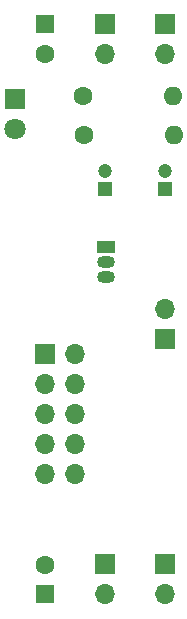
<source format=gbs>
%TF.GenerationSoftware,KiCad,Pcbnew,(5.1.10-1-10_14)*%
%TF.CreationDate,2021-06-08T13:14:51-07:00*%
%TF.ProjectId,EurorackBBPS,4575726f-7261-4636-9b42-4250532e6b69,rev?*%
%TF.SameCoordinates,Original*%
%TF.FileFunction,Soldermask,Bot*%
%TF.FilePolarity,Negative*%
%FSLAX46Y46*%
G04 Gerber Fmt 4.6, Leading zero omitted, Abs format (unit mm)*
G04 Created by KiCad (PCBNEW (5.1.10-1-10_14)) date 2021-06-08 13:14:51*
%MOMM*%
%LPD*%
G01*
G04 APERTURE LIST*
%ADD10O,1.600000X1.600000*%
%ADD11C,1.600000*%
%ADD12C,1.800000*%
%ADD13R,1.800000X1.800000*%
%ADD14C,1.200000*%
%ADD15R,1.200000X1.200000*%
%ADD16O,1.700000X1.700000*%
%ADD17R,1.700000X1.700000*%
%ADD18R,1.500000X1.050000*%
%ADD19O,1.500000X1.050000*%
%ADD20R,1.600000X1.600000*%
G04 APERTURE END LIST*
D10*
%TO.C,R1*%
X159476017Y-85556638D03*
D11*
X151856017Y-85556638D03*
%TD*%
D10*
%TO.C,R2*%
X159458035Y-82283880D03*
D11*
X151838035Y-82283880D03*
%TD*%
D12*
%TO.C,PWR*%
X146050000Y-85090000D03*
D13*
X146050000Y-82550000D03*
%TD*%
D14*
%TO.C,C4*%
X158750000Y-88670000D03*
D15*
X158750000Y-90170000D03*
%TD*%
D14*
%TO.C,C3*%
X153670000Y-88670000D03*
D15*
X153670000Y-90170000D03*
%TD*%
D16*
%TO.C,J1*%
X151130000Y-114300000D03*
X148590000Y-114300000D03*
X151130000Y-111760000D03*
X148590000Y-111760000D03*
X151130000Y-109220000D03*
X148590000Y-109220000D03*
X151130000Y-106680000D03*
X148590000Y-106680000D03*
X151130000Y-104140000D03*
D17*
X148590000Y-104140000D03*
%TD*%
D18*
%TO.C,78L05*%
X153724612Y-95023392D03*
D19*
X153724612Y-97563392D03*
X153724612Y-96293392D03*
%TD*%
D16*
%TO.C,GND*%
X158750000Y-100330000D03*
D17*
X158750000Y-102870000D03*
%TD*%
D20*
%TO.C,C2*%
X148590000Y-124460000D03*
D11*
X148590000Y-121960000D03*
%TD*%
%TO.C,C1*%
X148590000Y-78700000D03*
D20*
X148590000Y-76200000D03*
%TD*%
D17*
%TO.C,J2*%
X153670000Y-76200000D03*
D16*
X153670000Y-78740000D03*
%TD*%
%TO.C,J3*%
X158750000Y-78740000D03*
D17*
X158750000Y-76200000D03*
%TD*%
%TO.C,J4*%
X158750000Y-121920000D03*
D16*
X158750000Y-124460000D03*
%TD*%
%TO.C,J5*%
X153670000Y-124460000D03*
D17*
X153670000Y-121920000D03*
%TD*%
M02*

</source>
